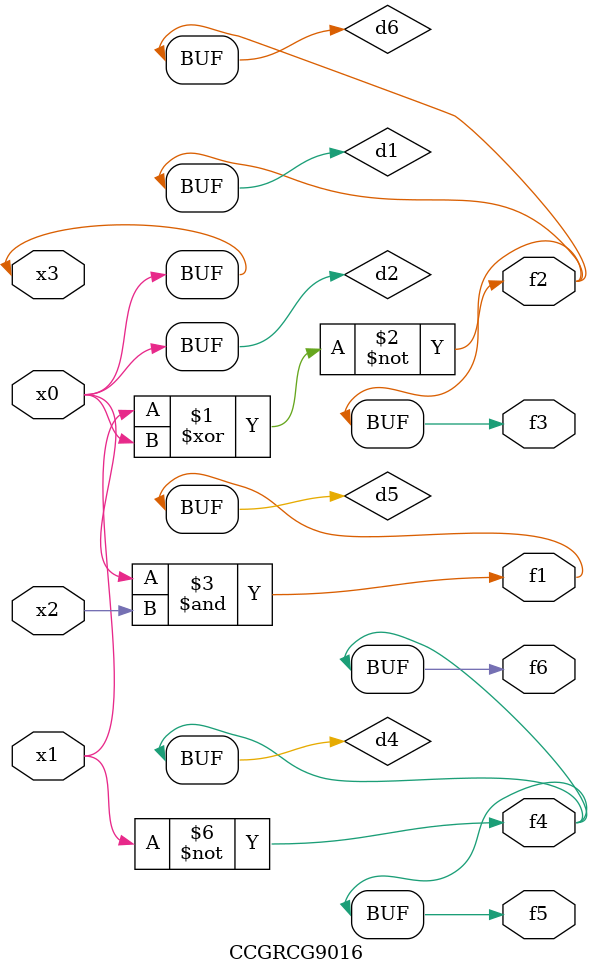
<source format=v>
module CCGRCG9016(
	input x0, x1, x2, x3,
	output f1, f2, f3, f4, f5, f6
);

	wire d1, d2, d3, d4, d5, d6;

	xnor (d1, x1, x3);
	buf (d2, x0, x3);
	nand (d3, x0, x2);
	not (d4, x1);
	nand (d5, d3);
	or (d6, d1);
	assign f1 = d5;
	assign f2 = d6;
	assign f3 = d6;
	assign f4 = d4;
	assign f5 = d4;
	assign f6 = d4;
endmodule

</source>
